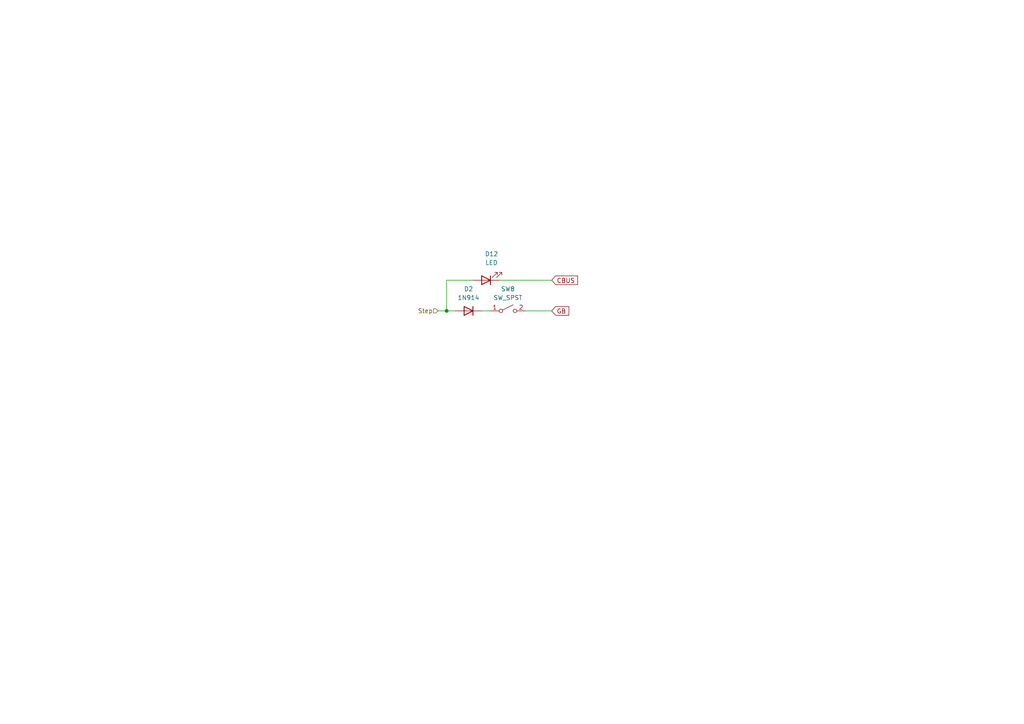
<source format=kicad_sch>
(kicad_sch (version 20230121) (generator eeschema)
  (paper "A4")
  (lib_symbols
    (symbol "Device:LED" (pin_numbers hide) (pin_names (offset 1.016) hide)
      (property "Reference" "D" (at 0 2.54 0))
      (property "Value" "LED" (at 0 -2.54 0))
      (symbol "LED_0_1"
        (polyline (pts (xy -1.27 -1.27) (xy -1.27 1.27)) (stroke (width 0.254)))
        (polyline (pts (xy -1.27 0) (xy 1.27 0)))
        (polyline (pts (xy 1.27 -1.27) (xy 1.27 1.27) (xy -1.27 0) (xy 1.27 -1.27)) (stroke (width 0.254)))
        (polyline (pts (xy -3.048 -0.762) (xy -4.572 -2.286) (xy -3.81 -2.286) (xy -4.572 -2.286) (xy -4.572 -1.524)))
        (polyline (pts (xy -1.778 -0.762) (xy -3.302 -2.286) (xy -2.54 -2.286) (xy -3.302 -2.286) (xy -3.302 -1.524)))
      )
      (symbol "LED_1_1"
        (pin passive line (at -3.81 0 0) (length 2.54) (name "K") (number "1"))
        (pin passive line (at 3.81 0 180) (length 2.54) (name "A") (number "2"))
      )
    )
    (symbol "Diode:1N914" (pin_numbers hide) (pin_names hide)
      (property "Reference" "D" (at 0 2.54 0))
      (property "Value" "1N914" (at 0 -2.54 0))
      (symbol "1N914_0_1"
        (polyline (pts (xy -1.27 1.27) (xy -1.27 -1.27)) (stroke (width 0.254)))
        (polyline (pts (xy 1.27 0) (xy -1.27 0)))
        (polyline (pts (xy 1.27 1.27) (xy 1.27 -1.27) (xy -1.27 0) (xy 1.27 1.27)) (stroke (width 0.254)))
      )
      (symbol "1N914_1_1"
        (pin passive line (at -3.81 0 0) (length 2.54) (name "K") (number "1"))
        (pin passive line (at 3.81 0 180) (length 2.54) (name "A") (number "2"))
      )
    )
    (symbol "Switch:SW_SPST" (pin_names (offset 0) hide)
      (property "Reference" "SW" (at 0 3.175 0))
      (property "Value" "SW_SPST" (at 0 -2.54 0))
      (symbol "SW_SPST_0_0"
        (circle (center -2.032 0) (radius 0.508))
        (polyline (pts (xy -1.524 0.254) (xy 1.524 1.778)))
        (circle (center 2.032 0) (radius 0.508))
      )
      (symbol "SW_SPST_1_1"
        (pin passive line (at -5.08 0 0) (length 2.54) (name "A") (number "1"))
        (pin passive line (at 5.08 0 180) (length 2.54) (name "B") (number "2"))
      )
    )
  )
  (junction (at 129.54 90.17))
  (wire (pts (xy 129.54 81.28) (xy 129.54 90.17)))
  (wire (pts (xy 152.4 90.17) (xy 160.02 90.17)))
  (wire (pts (xy 129.54 90.17) (xy 132.08 90.17)))
  (wire (pts (xy 144.78 81.28) (xy 160.02 81.28)))
  (wire (pts (xy 137.16 81.28) (xy 129.54 81.28)))
  (wire (pts (xy 127 90.17) (xy 129.54 90.17)))
  (wire (pts (xy 139.7 90.17) (xy 142.24 90.17)))
  (global_label "CBUS" (shape input) (at 160.02 81.28 0) (property "Intersheetrefs" "${INTERSHEET_REFS}" (effects hide)))
  (global_label "GB" (shape input) (at 160.02 90.17 0) (property "Intersheetrefs" "${INTERSHEET_REFS}" (effects hide)))
  (hierarchical_label "Step" (shape input) (at 127 90.17 180))
  (symbol (lib_id "Diode:1N914") (at 135.89 90.17 180) (unit 1)
    (property "Reference" "D2" (at 135.89 83.82 0))
    (property "Value" "1N914" (at 135.89 86.36 0))
    (property "Footprint" "Diode_THT:D_DO-35_SOD27_P7.62mm_Horizontal" (effects hide))
    (property "Datasheet" "http://www.vishay.com/docs/85622/1n914.pdf" (effects hide))
    (property "Sim.Device" "D" (effects hide))
    (property "Sim.Pins" "1=K 2=A" (effects hide))
    (instances (project "Sequencer" (path "" (reference "D2") (unit 1)) (path "" (reference "D9") (unit 1)) (path "" (reference "D13") (unit 1)) (path "" (reference "D17") (unit 1)) (path "" (reference "D19") (unit 1)) (path "" (reference "D21") (unit 1)) (path "" (reference "D15") (unit 1)) (path "" (reference "D25") (unit 1)) (path "" (reference "D29") (unit 1)) (path "" (reference "D27") (unit 1)) (path "" (reference "D23") (unit 1)) (path "" (reference "D33") (unit 1)) (path "" (reference "D31") (unit 1)) (path "" (reference "D37") (unit 1)) (path "" (reference "D35") (unit 1)) (path "" (reference "D41") (unit 1)) (path "" (reference "D39") (unit 1)) (path "" (reference "D45") (unit 1)) (path "" (reference "D43") (unit 1))))
  )
  (symbol (lib_id "Switch:SW_SPST") (at 147.32 90.17 0) (unit 1)
    (property "Reference" "SW8" (at 147.32 83.82 0))
    (property "Value" "SW_SPST" (at 147.32 86.36 0))
    (property "Footprint" "benjiaomodular:ToggleSwitch_MTS-102_SPDT" (effects hide))
    (instances (project "Sequencer" (path "" (reference "SW8") (unit 1)) (path "" (reference "SW10") (unit 1)) (path "" (reference "SW11") (unit 1)) (path "" (reference "SW12") (unit 1)) (path "" (reference "SW9") (unit 1)) (path "" (reference "SW14") (unit 1)) (path "" (reference "SW13") (unit 1)) (path "" (reference "SW15") (unit 1)) (path "" (reference "SW18") (unit 1)) (path "" (reference "SW16") (unit 1)) (path "" (reference "SW17") (unit 1)) (path "" (reference "SW20") (unit 1)) (path "" (reference "SW19") (unit 1)) (path "" (reference "SW22") (unit 1)) (path "" (reference "SW21") (unit 1)) (path "" (reference "SW24") (unit 1)) (path "" (reference "SW23") (unit 1))))
  )
  (symbol (lib_id "Device:LED") (at 140.97 81.28 180) (unit 1)
    (property "Reference" "D12" (at 142.5575 73.66 0))
    (property "Value" "LED" (at 142.5575 76.2 0))
    (property "Footprint" "LED_THT:LED_D3.0mm" (effects hide))
    (instances (project "Sequencer" (path "" (reference "D12") (unit 1)) (path "" (reference "D11") (unit 1)) (path "" (reference "D14") (unit 1)) (path "" (reference "D18") (unit 1)) (path "" (reference "D20") (unit 1)) (path "" (reference "D22") (unit 1)) (path "" (reference "D16") (unit 1)) (path "" (reference "D26") (unit 1)) (path "" (reference "D30") (unit 1)) (path "" (reference "D28") (unit 1)) (path "" (reference "D24") (unit 1)) (path "" (reference "D34") (unit 1)) (path "" (reference "D32") (unit 1)) (path "" (reference "D38") (unit 1)) (path "" (reference "D36") (unit 1)) (path "" (reference "D42") (unit 1)) (path "" (reference "D40") (unit 1)) (path "" (reference "D46") (unit 1)) (path "" (reference "D44") (unit 1))))
  )
)
</source>
